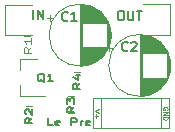
<source format=gbr>
%TF.GenerationSoftware,KiCad,Pcbnew,(5.99.0-3084-g8945f8865-dirty)*%
%TF.CreationDate,2020-08-31T12:16:30+03:00*%
%TF.ProjectId,le-pre-et-le-boost,6c652d70-7265-42d6-9574-2d6c652d626f,rev?*%
%TF.SameCoordinates,Original*%
%TF.FileFunction,Legend,Top*%
%TF.FilePolarity,Positive*%
%FSLAX46Y46*%
G04 Gerber Fmt 4.6, Leading zero omitted, Abs format (unit mm)*
G04 Created by KiCad (PCBNEW (5.99.0-3084-g8945f8865-dirty)) date 2020-08-31 12:16:30*
%MOMM*%
%LPD*%
G01*
G04 APERTURE LIST*
%ADD10C,0.127000*%
%ADD11C,0.150000*%
%ADD12C,0.080000*%
%ADD13C,0.125000*%
%ADD14C,0.120000*%
%ADD15R,1.700000X1.700000*%
%ADD16O,1.930400X1.930400*%
%ADD17R,1.930400X1.930400*%
%ADD18C,1.600000*%
%ADD19R,1.600000X1.600000*%
%ADD20R,0.900000X0.800000*%
G04 APERTURE END LIST*
D10*
X138919123Y-109466028D02*
X138538171Y-109466028D01*
X138538171Y-108866028D01*
X139490552Y-109437457D02*
X139414361Y-109466028D01*
X139261980Y-109466028D01*
X139185790Y-109437457D01*
X139147695Y-109380314D01*
X139147695Y-109151742D01*
X139185790Y-109094600D01*
X139261980Y-109066028D01*
X139414361Y-109066028D01*
X139490552Y-109094600D01*
X139528647Y-109151742D01*
X139528647Y-109208885D01*
X139147695Y-109266028D01*
X140481028Y-109466028D02*
X140481028Y-108866028D01*
X140785790Y-108866028D01*
X140861980Y-108894600D01*
X140900076Y-108923171D01*
X140938171Y-108980314D01*
X140938171Y-109066028D01*
X140900076Y-109123171D01*
X140861980Y-109151742D01*
X140785790Y-109180314D01*
X140481028Y-109180314D01*
X141281028Y-109466028D02*
X141281028Y-109066028D01*
X141281028Y-109180314D02*
X141319123Y-109123171D01*
X141357219Y-109094600D01*
X141433409Y-109066028D01*
X141509600Y-109066028D01*
X142081028Y-109437457D02*
X142004838Y-109466028D01*
X141852457Y-109466028D01*
X141776266Y-109437457D01*
X141738171Y-109380314D01*
X141738171Y-109151742D01*
X141776266Y-109094600D01*
X141852457Y-109066028D01*
X142004838Y-109066028D01*
X142081028Y-109094600D01*
X142119123Y-109151742D01*
X142119123Y-109208885D01*
X141738171Y-109266028D01*
D11*
%TO.C,J3*%
X144615000Y-99764904D02*
X144767380Y-99764904D01*
X144843571Y-99803000D01*
X144919761Y-99879190D01*
X144957857Y-100031571D01*
X144957857Y-100298238D01*
X144919761Y-100450619D01*
X144843571Y-100526809D01*
X144767380Y-100564904D01*
X144615000Y-100564904D01*
X144538809Y-100526809D01*
X144462619Y-100450619D01*
X144424523Y-100298238D01*
X144424523Y-100031571D01*
X144462619Y-99879190D01*
X144538809Y-99803000D01*
X144615000Y-99764904D01*
X145300714Y-99764904D02*
X145300714Y-100412523D01*
X145338809Y-100488714D01*
X145376904Y-100526809D01*
X145453095Y-100564904D01*
X145605476Y-100564904D01*
X145681666Y-100526809D01*
X145719761Y-100488714D01*
X145757857Y-100412523D01*
X145757857Y-99764904D01*
X146024523Y-99764904D02*
X146481666Y-99764904D01*
X146253095Y-100564904D02*
X146253095Y-99764904D01*
%TO.C,J2*%
X137274352Y-100488704D02*
X137274352Y-99688704D01*
X137655304Y-100488704D02*
X137655304Y-99688704D01*
X138112447Y-100488704D01*
X138112447Y-99688704D01*
D12*
%TO.C,J1*%
X142865447Y-108127847D02*
X142465447Y-108261180D01*
X142865447Y-108394514D01*
X142617828Y-108527847D02*
X142617828Y-108832609D01*
X142465447Y-108680228D02*
X142770209Y-108680228D01*
X148637600Y-108153238D02*
X148656647Y-108115142D01*
X148656647Y-108058000D01*
X148637600Y-108000857D01*
X148599504Y-107962761D01*
X148561409Y-107943714D01*
X148485219Y-107924666D01*
X148428076Y-107924666D01*
X148351885Y-107943714D01*
X148313790Y-107962761D01*
X148275695Y-108000857D01*
X148256647Y-108058000D01*
X148256647Y-108096095D01*
X148275695Y-108153238D01*
X148294742Y-108172285D01*
X148428076Y-108172285D01*
X148428076Y-108096095D01*
X148256647Y-108343714D02*
X148656647Y-108343714D01*
X148256647Y-108572285D01*
X148656647Y-108572285D01*
X148256647Y-108762761D02*
X148656647Y-108762761D01*
X148656647Y-108858000D01*
X148637600Y-108915142D01*
X148599504Y-108953238D01*
X148561409Y-108972285D01*
X148485219Y-108991333D01*
X148428076Y-108991333D01*
X148351885Y-108972285D01*
X148313790Y-108953238D01*
X148275695Y-108915142D01*
X148256647Y-108858000D01*
X148256647Y-108762761D01*
D11*
%TO.C,C2*%
X145281666Y-103104914D02*
X145243571Y-103143009D01*
X145129285Y-103181104D01*
X145053095Y-103181104D01*
X144938809Y-103143009D01*
X144862619Y-103066819D01*
X144824523Y-102990628D01*
X144786428Y-102838247D01*
X144786428Y-102723961D01*
X144824523Y-102571580D01*
X144862619Y-102495390D01*
X144938809Y-102419200D01*
X145053095Y-102381104D01*
X145129285Y-102381104D01*
X145243571Y-102419200D01*
X145281666Y-102457295D01*
X145586428Y-102457295D02*
X145624523Y-102419200D01*
X145700714Y-102381104D01*
X145891190Y-102381104D01*
X145967380Y-102419200D01*
X146005476Y-102457295D01*
X146043571Y-102533485D01*
X146043571Y-102609676D01*
X146005476Y-102723961D01*
X145548333Y-103181104D01*
X146043571Y-103181104D01*
%TO.C,C1*%
X140201666Y-100564914D02*
X140163571Y-100603009D01*
X140049285Y-100641104D01*
X139973095Y-100641104D01*
X139858809Y-100603009D01*
X139782619Y-100526819D01*
X139744523Y-100450628D01*
X139706428Y-100298247D01*
X139706428Y-100183961D01*
X139744523Y-100031580D01*
X139782619Y-99955390D01*
X139858809Y-99879200D01*
X139973095Y-99841104D01*
X140049285Y-99841104D01*
X140163571Y-99879200D01*
X140201666Y-99917295D01*
X140963571Y-100641104D02*
X140506428Y-100641104D01*
X140735000Y-100641104D02*
X140735000Y-99841104D01*
X140658809Y-99955390D01*
X140582619Y-100031580D01*
X140506428Y-100069676D01*
D10*
%TO.C,Q1*%
X138226809Y-105789371D02*
X138150619Y-105760800D01*
X138074428Y-105703657D01*
X137960142Y-105617942D01*
X137883952Y-105589371D01*
X137807761Y-105589371D01*
X137845857Y-105732228D02*
X137769666Y-105703657D01*
X137693476Y-105646514D01*
X137655380Y-105532228D01*
X137655380Y-105332228D01*
X137693476Y-105217942D01*
X137769666Y-105160800D01*
X137845857Y-105132228D01*
X137998238Y-105132228D01*
X138074428Y-105160800D01*
X138150619Y-105217942D01*
X138188714Y-105332228D01*
X138188714Y-105532228D01*
X138150619Y-105646514D01*
X138074428Y-105703657D01*
X137998238Y-105732228D01*
X137845857Y-105732228D01*
X138950619Y-105732228D02*
X138493476Y-105732228D01*
X138722047Y-105732228D02*
X138722047Y-105132228D01*
X138645857Y-105217942D01*
X138569666Y-105275085D01*
X138493476Y-105303657D01*
%TO.C,R4*%
X141266828Y-105898933D02*
X140981114Y-106165600D01*
X141266828Y-106356076D02*
X140666828Y-106356076D01*
X140666828Y-106051314D01*
X140695400Y-105975123D01*
X140723971Y-105937028D01*
X140781114Y-105898933D01*
X140866828Y-105898933D01*
X140923971Y-105937028D01*
X140952542Y-105975123D01*
X140981114Y-106051314D01*
X140981114Y-106356076D01*
X140866828Y-105213219D02*
X141266828Y-105213219D01*
X140638257Y-105403695D02*
X141066828Y-105594171D01*
X141066828Y-105098933D01*
%TO.C,R3*%
X140758828Y-107905533D02*
X140473114Y-108172200D01*
X140758828Y-108362676D02*
X140158828Y-108362676D01*
X140158828Y-108057914D01*
X140187400Y-107981723D01*
X140215971Y-107943628D01*
X140273114Y-107905533D01*
X140358828Y-107905533D01*
X140415971Y-107943628D01*
X140444542Y-107981723D01*
X140473114Y-108057914D01*
X140473114Y-108362676D01*
X140158828Y-107638866D02*
X140158828Y-107143628D01*
X140387400Y-107410295D01*
X140387400Y-107296009D01*
X140415971Y-107219819D01*
X140444542Y-107181723D01*
X140501685Y-107143628D01*
X140644542Y-107143628D01*
X140701685Y-107181723D01*
X140730257Y-107219819D01*
X140758828Y-107296009D01*
X140758828Y-107524580D01*
X140730257Y-107600771D01*
X140701685Y-107638866D01*
%TO.C,R2*%
X137202828Y-108845333D02*
X136917114Y-109112000D01*
X137202828Y-109302476D02*
X136602828Y-109302476D01*
X136602828Y-108997714D01*
X136631400Y-108921523D01*
X136659971Y-108883428D01*
X136717114Y-108845333D01*
X136802828Y-108845333D01*
X136859971Y-108883428D01*
X136888542Y-108921523D01*
X136917114Y-108997714D01*
X136917114Y-109302476D01*
X136659971Y-108540571D02*
X136631400Y-108502476D01*
X136602828Y-108426285D01*
X136602828Y-108235809D01*
X136631400Y-108159619D01*
X136659971Y-108121523D01*
X136717114Y-108083428D01*
X136774257Y-108083428D01*
X136859971Y-108121523D01*
X137202828Y-108578666D01*
X137202828Y-108083428D01*
D13*
%TO.C,R1*%
X137075828Y-102850933D02*
X136790114Y-103117600D01*
X137075828Y-103308076D02*
X136475828Y-103308076D01*
X136475828Y-103003314D01*
X136504400Y-102927123D01*
X136532971Y-102889028D01*
X136590114Y-102850933D01*
X136675828Y-102850933D01*
X136732971Y-102889028D01*
X136761542Y-102927123D01*
X136790114Y-103003314D01*
X136790114Y-103308076D01*
X137075828Y-102089028D02*
X137075828Y-102546171D01*
X137075828Y-102317600D02*
X136475828Y-102317600D01*
X136561542Y-102393790D01*
X136618685Y-102469980D01*
X136647257Y-102546171D01*
D14*
%TO.C,J3*%
X146558000Y-99237800D02*
X148844000Y-99237800D01*
X148844000Y-101828600D02*
X146507200Y-101828600D01*
X148844000Y-101828600D02*
X148844000Y-99237800D01*
%TO.C,J2*%
X137160000Y-101854000D02*
X134874000Y-101854000D01*
X134874000Y-99263200D02*
X137210800Y-99263200D01*
X134874000Y-99263200D02*
X134874000Y-101854000D01*
D12*
%TO.C,J1*%
X142303500Y-107188000D02*
X148780500Y-107188000D01*
X148780500Y-109728000D02*
X142303500Y-109728000D01*
X143002000Y-109728000D02*
X143002000Y-107188000D01*
X148082000Y-109728000D02*
X148082000Y-107188000D01*
X148780500Y-109728000D02*
X148780500Y-107188000D01*
X142303500Y-109728000D02*
X142303500Y-107188000D01*
D14*
%TO.C,C2*%
X143729225Y-102669000D02*
X143729225Y-103169000D01*
X143479225Y-102919000D02*
X143979225Y-102919000D01*
X148885000Y-104110000D02*
X148885000Y-104678000D01*
X148845000Y-103876000D02*
X148845000Y-104912000D01*
X148805000Y-103717000D02*
X148805000Y-105071000D01*
X148765000Y-103589000D02*
X148765000Y-105199000D01*
X148725000Y-103479000D02*
X148725000Y-105309000D01*
X148685000Y-103383000D02*
X148685000Y-105405000D01*
X148645000Y-103296000D02*
X148645000Y-105492000D01*
X148605000Y-103216000D02*
X148605000Y-105572000D01*
X148565000Y-105434000D02*
X148565000Y-105645000D01*
X148565000Y-103143000D02*
X148565000Y-103354000D01*
X148525000Y-105434000D02*
X148525000Y-105713000D01*
X148525000Y-103075000D02*
X148525000Y-103354000D01*
X148485000Y-105434000D02*
X148485000Y-105777000D01*
X148485000Y-103011000D02*
X148485000Y-103354000D01*
X148445000Y-105434000D02*
X148445000Y-105837000D01*
X148445000Y-102951000D02*
X148445000Y-103354000D01*
X148405000Y-105434000D02*
X148405000Y-105894000D01*
X148405000Y-102894000D02*
X148405000Y-103354000D01*
X148365000Y-105434000D02*
X148365000Y-105948000D01*
X148365000Y-102840000D02*
X148365000Y-103354000D01*
X148325000Y-105434000D02*
X148325000Y-105999000D01*
X148325000Y-102789000D02*
X148325000Y-103354000D01*
X148285000Y-105434000D02*
X148285000Y-106047000D01*
X148285000Y-102741000D02*
X148285000Y-103354000D01*
X148245000Y-105434000D02*
X148245000Y-106093000D01*
X148245000Y-102695000D02*
X148245000Y-103354000D01*
X148205000Y-105434000D02*
X148205000Y-106137000D01*
X148205000Y-102651000D02*
X148205000Y-103354000D01*
X148165000Y-105434000D02*
X148165000Y-106179000D01*
X148165000Y-102609000D02*
X148165000Y-103354000D01*
X148125000Y-105434000D02*
X148125000Y-106220000D01*
X148125000Y-102568000D02*
X148125000Y-103354000D01*
X148085000Y-105434000D02*
X148085000Y-106258000D01*
X148085000Y-102530000D02*
X148085000Y-103354000D01*
X148045000Y-105434000D02*
X148045000Y-106295000D01*
X148045000Y-102493000D02*
X148045000Y-103354000D01*
X148005000Y-105434000D02*
X148005000Y-106331000D01*
X148005000Y-102457000D02*
X148005000Y-103354000D01*
X147965000Y-105434000D02*
X147965000Y-106365000D01*
X147965000Y-102423000D02*
X147965000Y-103354000D01*
X147925000Y-105434000D02*
X147925000Y-106398000D01*
X147925000Y-102390000D02*
X147925000Y-103354000D01*
X147885000Y-105434000D02*
X147885000Y-106429000D01*
X147885000Y-102359000D02*
X147885000Y-103354000D01*
X147845000Y-105434000D02*
X147845000Y-106459000D01*
X147845000Y-102329000D02*
X147845000Y-103354000D01*
X147805000Y-105434000D02*
X147805000Y-106489000D01*
X147805000Y-102299000D02*
X147805000Y-103354000D01*
X147765000Y-105434000D02*
X147765000Y-106516000D01*
X147765000Y-102272000D02*
X147765000Y-103354000D01*
X147725000Y-105434000D02*
X147725000Y-106543000D01*
X147725000Y-102245000D02*
X147725000Y-103354000D01*
X147685000Y-105434000D02*
X147685000Y-106569000D01*
X147685000Y-102219000D02*
X147685000Y-103354000D01*
X147645000Y-105434000D02*
X147645000Y-106594000D01*
X147645000Y-102194000D02*
X147645000Y-103354000D01*
X147605000Y-105434000D02*
X147605000Y-106618000D01*
X147605000Y-102170000D02*
X147605000Y-103354000D01*
X147565000Y-105434000D02*
X147565000Y-106641000D01*
X147565000Y-102147000D02*
X147565000Y-103354000D01*
X147525000Y-105434000D02*
X147525000Y-106662000D01*
X147525000Y-102126000D02*
X147525000Y-103354000D01*
X147485000Y-105434000D02*
X147485000Y-106684000D01*
X147485000Y-102104000D02*
X147485000Y-103354000D01*
X147445000Y-105434000D02*
X147445000Y-106704000D01*
X147445000Y-102084000D02*
X147445000Y-103354000D01*
X147405000Y-105434000D02*
X147405000Y-106723000D01*
X147405000Y-102065000D02*
X147405000Y-103354000D01*
X147365000Y-105434000D02*
X147365000Y-106742000D01*
X147365000Y-102046000D02*
X147365000Y-103354000D01*
X147325000Y-105434000D02*
X147325000Y-106759000D01*
X147325000Y-102029000D02*
X147325000Y-103354000D01*
X147285000Y-105434000D02*
X147285000Y-106776000D01*
X147285000Y-102012000D02*
X147285000Y-103354000D01*
X147245000Y-105434000D02*
X147245000Y-106792000D01*
X147245000Y-101996000D02*
X147245000Y-103354000D01*
X147205000Y-105434000D02*
X147205000Y-106808000D01*
X147205000Y-101980000D02*
X147205000Y-103354000D01*
X147165000Y-105434000D02*
X147165000Y-106822000D01*
X147165000Y-101966000D02*
X147165000Y-103354000D01*
X147125000Y-105434000D02*
X147125000Y-106836000D01*
X147125000Y-101952000D02*
X147125000Y-103354000D01*
X147085000Y-105434000D02*
X147085000Y-106849000D01*
X147085000Y-101939000D02*
X147085000Y-103354000D01*
X147045000Y-105434000D02*
X147045000Y-106862000D01*
X147045000Y-101926000D02*
X147045000Y-103354000D01*
X147005000Y-105434000D02*
X147005000Y-106874000D01*
X147005000Y-101914000D02*
X147005000Y-103354000D01*
X146964000Y-105434000D02*
X146964000Y-106885000D01*
X146964000Y-101903000D02*
X146964000Y-103354000D01*
X146924000Y-105434000D02*
X146924000Y-106895000D01*
X146924000Y-101893000D02*
X146924000Y-103354000D01*
X146884000Y-105434000D02*
X146884000Y-106905000D01*
X146884000Y-101883000D02*
X146884000Y-103354000D01*
X146844000Y-105434000D02*
X146844000Y-106914000D01*
X146844000Y-101874000D02*
X146844000Y-103354000D01*
X146804000Y-105434000D02*
X146804000Y-106922000D01*
X146804000Y-101866000D02*
X146804000Y-103354000D01*
X146764000Y-105434000D02*
X146764000Y-106930000D01*
X146764000Y-101858000D02*
X146764000Y-103354000D01*
X146724000Y-105434000D02*
X146724000Y-106937000D01*
X146724000Y-101851000D02*
X146724000Y-103354000D01*
X146684000Y-105434000D02*
X146684000Y-106944000D01*
X146684000Y-101844000D02*
X146684000Y-103354000D01*
X146644000Y-105434000D02*
X146644000Y-106950000D01*
X146644000Y-101838000D02*
X146644000Y-103354000D01*
X146604000Y-105434000D02*
X146604000Y-106955000D01*
X146604000Y-101833000D02*
X146604000Y-103354000D01*
X146564000Y-105434000D02*
X146564000Y-106959000D01*
X146564000Y-101829000D02*
X146564000Y-103354000D01*
X146524000Y-105434000D02*
X146524000Y-106963000D01*
X146524000Y-101825000D02*
X146524000Y-103354000D01*
X146484000Y-101821000D02*
X146484000Y-106967000D01*
X146444000Y-101818000D02*
X146444000Y-106970000D01*
X146404000Y-101816000D02*
X146404000Y-106972000D01*
X146364000Y-101815000D02*
X146364000Y-106973000D01*
X146324000Y-101814000D02*
X146324000Y-106974000D01*
X146284000Y-101814000D02*
X146284000Y-106974000D01*
X148904000Y-104394000D02*
G75*
G03*
X148904000Y-104394000I-2620000J0D01*
G01*
%TO.C,C1*%
X138674625Y-100103600D02*
X138674625Y-100603600D01*
X138424625Y-100353600D02*
X138924625Y-100353600D01*
X143830400Y-101544600D02*
X143830400Y-102112600D01*
X143790400Y-101310600D02*
X143790400Y-102346600D01*
X143750400Y-101151600D02*
X143750400Y-102505600D01*
X143710400Y-101023600D02*
X143710400Y-102633600D01*
X143670400Y-100913600D02*
X143670400Y-102743600D01*
X143630400Y-100817600D02*
X143630400Y-102839600D01*
X143590400Y-100730600D02*
X143590400Y-102926600D01*
X143550400Y-100650600D02*
X143550400Y-103006600D01*
X143510400Y-102868600D02*
X143510400Y-103079600D01*
X143510400Y-100577600D02*
X143510400Y-100788600D01*
X143470400Y-102868600D02*
X143470400Y-103147600D01*
X143470400Y-100509600D02*
X143470400Y-100788600D01*
X143430400Y-102868600D02*
X143430400Y-103211600D01*
X143430400Y-100445600D02*
X143430400Y-100788600D01*
X143390400Y-102868600D02*
X143390400Y-103271600D01*
X143390400Y-100385600D02*
X143390400Y-100788600D01*
X143350400Y-102868600D02*
X143350400Y-103328600D01*
X143350400Y-100328600D02*
X143350400Y-100788600D01*
X143310400Y-102868600D02*
X143310400Y-103382600D01*
X143310400Y-100274600D02*
X143310400Y-100788600D01*
X143270400Y-102868600D02*
X143270400Y-103433600D01*
X143270400Y-100223600D02*
X143270400Y-100788600D01*
X143230400Y-102868600D02*
X143230400Y-103481600D01*
X143230400Y-100175600D02*
X143230400Y-100788600D01*
X143190400Y-102868600D02*
X143190400Y-103527600D01*
X143190400Y-100129600D02*
X143190400Y-100788600D01*
X143150400Y-102868600D02*
X143150400Y-103571600D01*
X143150400Y-100085600D02*
X143150400Y-100788600D01*
X143110400Y-102868600D02*
X143110400Y-103613600D01*
X143110400Y-100043600D02*
X143110400Y-100788600D01*
X143070400Y-102868600D02*
X143070400Y-103654600D01*
X143070400Y-100002600D02*
X143070400Y-100788600D01*
X143030400Y-102868600D02*
X143030400Y-103692600D01*
X143030400Y-99964600D02*
X143030400Y-100788600D01*
X142990400Y-102868600D02*
X142990400Y-103729600D01*
X142990400Y-99927600D02*
X142990400Y-100788600D01*
X142950400Y-102868600D02*
X142950400Y-103765600D01*
X142950400Y-99891600D02*
X142950400Y-100788600D01*
X142910400Y-102868600D02*
X142910400Y-103799600D01*
X142910400Y-99857600D02*
X142910400Y-100788600D01*
X142870400Y-102868600D02*
X142870400Y-103832600D01*
X142870400Y-99824600D02*
X142870400Y-100788600D01*
X142830400Y-102868600D02*
X142830400Y-103863600D01*
X142830400Y-99793600D02*
X142830400Y-100788600D01*
X142790400Y-102868600D02*
X142790400Y-103893600D01*
X142790400Y-99763600D02*
X142790400Y-100788600D01*
X142750400Y-102868600D02*
X142750400Y-103923600D01*
X142750400Y-99733600D02*
X142750400Y-100788600D01*
X142710400Y-102868600D02*
X142710400Y-103950600D01*
X142710400Y-99706600D02*
X142710400Y-100788600D01*
X142670400Y-102868600D02*
X142670400Y-103977600D01*
X142670400Y-99679600D02*
X142670400Y-100788600D01*
X142630400Y-102868600D02*
X142630400Y-104003600D01*
X142630400Y-99653600D02*
X142630400Y-100788600D01*
X142590400Y-102868600D02*
X142590400Y-104028600D01*
X142590400Y-99628600D02*
X142590400Y-100788600D01*
X142550400Y-102868600D02*
X142550400Y-104052600D01*
X142550400Y-99604600D02*
X142550400Y-100788600D01*
X142510400Y-102868600D02*
X142510400Y-104075600D01*
X142510400Y-99581600D02*
X142510400Y-100788600D01*
X142470400Y-102868600D02*
X142470400Y-104096600D01*
X142470400Y-99560600D02*
X142470400Y-100788600D01*
X142430400Y-102868600D02*
X142430400Y-104118600D01*
X142430400Y-99538600D02*
X142430400Y-100788600D01*
X142390400Y-102868600D02*
X142390400Y-104138600D01*
X142390400Y-99518600D02*
X142390400Y-100788600D01*
X142350400Y-102868600D02*
X142350400Y-104157600D01*
X142350400Y-99499600D02*
X142350400Y-100788600D01*
X142310400Y-102868600D02*
X142310400Y-104176600D01*
X142310400Y-99480600D02*
X142310400Y-100788600D01*
X142270400Y-102868600D02*
X142270400Y-104193600D01*
X142270400Y-99463600D02*
X142270400Y-100788600D01*
X142230400Y-102868600D02*
X142230400Y-104210600D01*
X142230400Y-99446600D02*
X142230400Y-100788600D01*
X142190400Y-102868600D02*
X142190400Y-104226600D01*
X142190400Y-99430600D02*
X142190400Y-100788600D01*
X142150400Y-102868600D02*
X142150400Y-104242600D01*
X142150400Y-99414600D02*
X142150400Y-100788600D01*
X142110400Y-102868600D02*
X142110400Y-104256600D01*
X142110400Y-99400600D02*
X142110400Y-100788600D01*
X142070400Y-102868600D02*
X142070400Y-104270600D01*
X142070400Y-99386600D02*
X142070400Y-100788600D01*
X142030400Y-102868600D02*
X142030400Y-104283600D01*
X142030400Y-99373600D02*
X142030400Y-100788600D01*
X141990400Y-102868600D02*
X141990400Y-104296600D01*
X141990400Y-99360600D02*
X141990400Y-100788600D01*
X141950400Y-102868600D02*
X141950400Y-104308600D01*
X141950400Y-99348600D02*
X141950400Y-100788600D01*
X141909400Y-102868600D02*
X141909400Y-104319600D01*
X141909400Y-99337600D02*
X141909400Y-100788600D01*
X141869400Y-102868600D02*
X141869400Y-104329600D01*
X141869400Y-99327600D02*
X141869400Y-100788600D01*
X141829400Y-102868600D02*
X141829400Y-104339600D01*
X141829400Y-99317600D02*
X141829400Y-100788600D01*
X141789400Y-102868600D02*
X141789400Y-104348600D01*
X141789400Y-99308600D02*
X141789400Y-100788600D01*
X141749400Y-102868600D02*
X141749400Y-104356600D01*
X141749400Y-99300600D02*
X141749400Y-100788600D01*
X141709400Y-102868600D02*
X141709400Y-104364600D01*
X141709400Y-99292600D02*
X141709400Y-100788600D01*
X141669400Y-102868600D02*
X141669400Y-104371600D01*
X141669400Y-99285600D02*
X141669400Y-100788600D01*
X141629400Y-102868600D02*
X141629400Y-104378600D01*
X141629400Y-99278600D02*
X141629400Y-100788600D01*
X141589400Y-102868600D02*
X141589400Y-104384600D01*
X141589400Y-99272600D02*
X141589400Y-100788600D01*
X141549400Y-102868600D02*
X141549400Y-104389600D01*
X141549400Y-99267600D02*
X141549400Y-100788600D01*
X141509400Y-102868600D02*
X141509400Y-104393600D01*
X141509400Y-99263600D02*
X141509400Y-100788600D01*
X141469400Y-102868600D02*
X141469400Y-104397600D01*
X141469400Y-99259600D02*
X141469400Y-100788600D01*
X141429400Y-99255600D02*
X141429400Y-104401600D01*
X141389400Y-99252600D02*
X141389400Y-104404600D01*
X141349400Y-99250600D02*
X141349400Y-104406600D01*
X141309400Y-99249600D02*
X141309400Y-104407600D01*
X141269400Y-99248600D02*
X141269400Y-104408600D01*
X141229400Y-99248600D02*
X141229400Y-104408600D01*
X143849400Y-101828600D02*
G75*
G03*
X143849400Y-101828600I-2620000J0D01*
G01*
%TO.C,Q1*%
X136146000Y-103830000D02*
X137606000Y-103830000D01*
X136146000Y-106990000D02*
X138306000Y-106990000D01*
X136146000Y-106990000D02*
X136146000Y-106060000D01*
X136146000Y-103830000D02*
X136146000Y-104760000D01*
%TO.C,R4*%
X141228578Y-104954000D02*
X140711422Y-104954000D01*
X141228578Y-106374000D02*
X140711422Y-106374000D01*
%TO.C,R3*%
X140720578Y-106986000D02*
X140203422Y-106986000D01*
X140720578Y-108406000D02*
X140203422Y-108406000D01*
%TO.C,R2*%
X137164578Y-107875000D02*
X136647422Y-107875000D01*
X137164578Y-109295000D02*
X136647422Y-109295000D01*
%TO.C,R1*%
X136520422Y-103326000D02*
X137037578Y-103326000D01*
X136520422Y-101906000D02*
X137037578Y-101906000D01*
%TD*%
%LPC*%
D15*
%TO.C,J3*%
X147574000Y-100507800D03*
%TD*%
%TO.C,J2*%
X136144000Y-100584000D03*
%TD*%
D16*
%TO.C,J1*%
X146812000Y-108458000D03*
D17*
X144272000Y-108458000D03*
%TD*%
D18*
%TO.C,C2*%
X147534000Y-104394000D03*
D19*
X145034000Y-104394000D03*
%TD*%
D18*
%TO.C,C1*%
X142479400Y-101828600D03*
D19*
X139979400Y-101828600D03*
%TD*%
D20*
%TO.C,Q1*%
X135906000Y-105410000D03*
X137906000Y-104460000D03*
X137906000Y-106360000D03*
%TD*%
%TO.C,R4*%
G36*
G01*
X140520000Y-105207750D02*
X140520000Y-106120250D01*
G75*
G02*
X140276250Y-106364000I-243750J0D01*
G01*
X139788750Y-106364000D01*
G75*
G02*
X139545000Y-106120250I0J243750D01*
G01*
X139545000Y-105207750D01*
G75*
G02*
X139788750Y-104964000I243750J0D01*
G01*
X140276250Y-104964000D01*
G75*
G02*
X140520000Y-105207750I0J-243750D01*
G01*
G37*
G36*
G01*
X142395000Y-105207750D02*
X142395000Y-106120250D01*
G75*
G02*
X142151250Y-106364000I-243750J0D01*
G01*
X141663750Y-106364000D01*
G75*
G02*
X141420000Y-106120250I0J243750D01*
G01*
X141420000Y-105207750D01*
G75*
G02*
X141663750Y-104964000I243750J0D01*
G01*
X142151250Y-104964000D01*
G75*
G02*
X142395000Y-105207750I0J-243750D01*
G01*
G37*
%TD*%
%TO.C,R3*%
G36*
G01*
X140012000Y-107239750D02*
X140012000Y-108152250D01*
G75*
G02*
X139768250Y-108396000I-243750J0D01*
G01*
X139280750Y-108396000D01*
G75*
G02*
X139037000Y-108152250I0J243750D01*
G01*
X139037000Y-107239750D01*
G75*
G02*
X139280750Y-106996000I243750J0D01*
G01*
X139768250Y-106996000D01*
G75*
G02*
X140012000Y-107239750I0J-243750D01*
G01*
G37*
G36*
G01*
X141887000Y-107239750D02*
X141887000Y-108152250D01*
G75*
G02*
X141643250Y-108396000I-243750J0D01*
G01*
X141155750Y-108396000D01*
G75*
G02*
X140912000Y-108152250I0J243750D01*
G01*
X140912000Y-107239750D01*
G75*
G02*
X141155750Y-106996000I243750J0D01*
G01*
X141643250Y-106996000D01*
G75*
G02*
X141887000Y-107239750I0J-243750D01*
G01*
G37*
%TD*%
%TO.C,R2*%
G36*
G01*
X136456000Y-108128750D02*
X136456000Y-109041250D01*
G75*
G02*
X136212250Y-109285000I-243750J0D01*
G01*
X135724750Y-109285000D01*
G75*
G02*
X135481000Y-109041250I0J243750D01*
G01*
X135481000Y-108128750D01*
G75*
G02*
X135724750Y-107885000I243750J0D01*
G01*
X136212250Y-107885000D01*
G75*
G02*
X136456000Y-108128750I0J-243750D01*
G01*
G37*
G36*
G01*
X138331000Y-108128750D02*
X138331000Y-109041250D01*
G75*
G02*
X138087250Y-109285000I-243750J0D01*
G01*
X137599750Y-109285000D01*
G75*
G02*
X137356000Y-109041250I0J243750D01*
G01*
X137356000Y-108128750D01*
G75*
G02*
X137599750Y-107885000I243750J0D01*
G01*
X138087250Y-107885000D01*
G75*
G02*
X138331000Y-108128750I0J-243750D01*
G01*
G37*
%TD*%
%TO.C,R1*%
G36*
G01*
X137229000Y-103072250D02*
X137229000Y-102159750D01*
G75*
G02*
X137472750Y-101916000I243750J0D01*
G01*
X137960250Y-101916000D01*
G75*
G02*
X138204000Y-102159750I0J-243750D01*
G01*
X138204000Y-103072250D01*
G75*
G02*
X137960250Y-103316000I-243750J0D01*
G01*
X137472750Y-103316000D01*
G75*
G02*
X137229000Y-103072250I0J243750D01*
G01*
G37*
G36*
G01*
X135354000Y-103072250D02*
X135354000Y-102159750D01*
G75*
G02*
X135597750Y-101916000I243750J0D01*
G01*
X136085250Y-101916000D01*
G75*
G02*
X136329000Y-102159750I0J-243750D01*
G01*
X136329000Y-103072250D01*
G75*
G02*
X136085250Y-103316000I-243750J0D01*
G01*
X135597750Y-103316000D01*
G75*
G02*
X135354000Y-103072250I0J243750D01*
G01*
G37*
%TD*%
M02*

</source>
